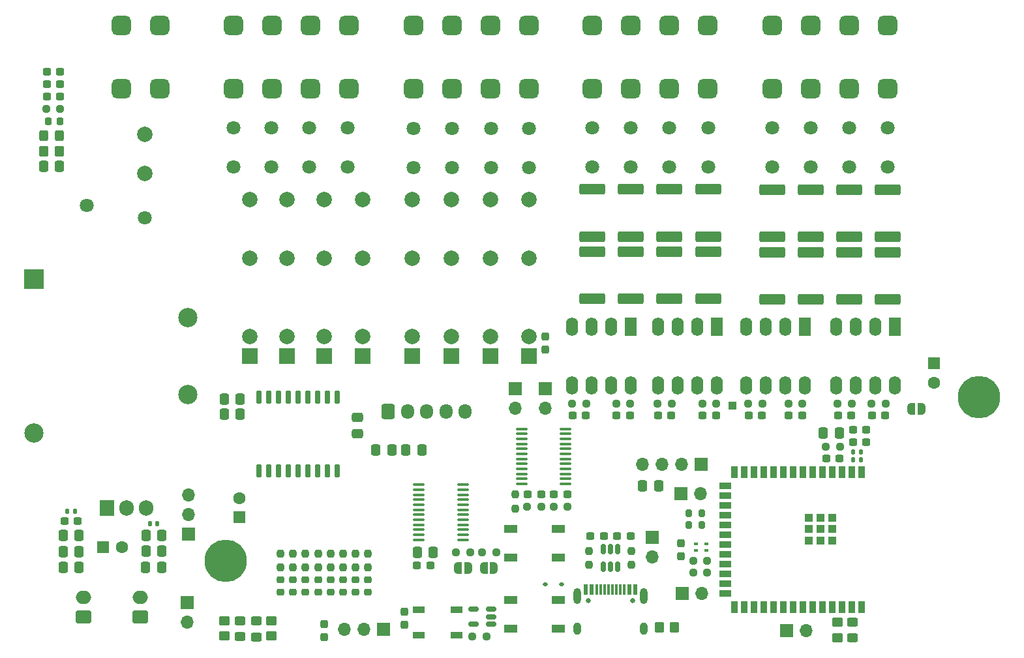
<source format=gbr>
%TF.GenerationSoftware,KiCad,Pcbnew,8.0.4*%
%TF.CreationDate,2024-09-09T03:45:19+02:00*%
%TF.ProjectId,hamodule,68616d6f-6475-46c6-952e-6b696361645f,20240908.24.8-2*%
%TF.SameCoordinates,Original*%
%TF.FileFunction,Soldermask,Top*%
%TF.FilePolarity,Negative*%
%FSLAX46Y46*%
G04 Gerber Fmt 4.6, Leading zero omitted, Abs format (unit mm)*
G04 Created by KiCad (PCBNEW 8.0.4) date 2024-09-09 03:45:19*
%MOMM*%
%LPD*%
G01*
G04 APERTURE LIST*
G04 Aperture macros list*
%AMRoundRect*
0 Rectangle with rounded corners*
0 $1 Rounding radius*
0 $2 $3 $4 $5 $6 $7 $8 $9 X,Y pos of 4 corners*
0 Add a 4 corners polygon primitive as box body*
4,1,4,$2,$3,$4,$5,$6,$7,$8,$9,$2,$3,0*
0 Add four circle primitives for the rounded corners*
1,1,$1+$1,$2,$3*
1,1,$1+$1,$4,$5*
1,1,$1+$1,$6,$7*
1,1,$1+$1,$8,$9*
0 Add four rect primitives between the rounded corners*
20,1,$1+$1,$2,$3,$4,$5,0*
20,1,$1+$1,$4,$5,$6,$7,0*
20,1,$1+$1,$6,$7,$8,$9,0*
20,1,$1+$1,$8,$9,$2,$3,0*%
%AMFreePoly0*
4,1,19,0.000000,0.744911,0.071157,0.744911,0.207708,0.704816,0.327430,0.627875,0.420627,0.520320,0.479746,0.390866,0.500000,0.250000,0.500000,-0.250000,0.479746,-0.390866,0.420627,-0.520320,0.327430,-0.627875,0.207708,-0.704816,0.071157,-0.744911,0.000000,-0.744911,0.000000,-0.750000,-0.500000,-0.750000,-0.500000,0.750000,0.000000,0.750000,0.000000,0.744911,0.000000,0.744911,
$1*%
%AMFreePoly1*
4,1,19,0.500000,-0.750000,0.000000,-0.750000,0.000000,-0.744911,-0.071157,-0.744911,-0.207708,-0.704816,-0.327430,-0.627875,-0.420627,-0.520320,-0.479746,-0.390866,-0.500000,-0.250000,-0.500000,0.250000,-0.479746,0.390866,-0.420627,0.520320,-0.327430,0.627875,-0.207708,0.704816,-0.071157,0.744911,0.000000,0.744911,0.000000,0.750000,0.500000,0.750000,0.500000,-0.750000,0.500000,-0.750000,
$1*%
G04 Aperture macros list end*
%ADD10RoundRect,0.100000X0.637500X0.100000X-0.637500X0.100000X-0.637500X-0.100000X0.637500X-0.100000X0*%
%ADD11RoundRect,0.237500X0.237500X-0.250000X0.237500X0.250000X-0.237500X0.250000X-0.237500X-0.250000X0*%
%ADD12FreePoly0,180.000000*%
%ADD13FreePoly1,180.000000*%
%ADD14FreePoly1,0.000000*%
%ADD15FreePoly0,0.000000*%
%ADD16R,1.700000X1.700000*%
%ADD17O,1.700000X1.700000*%
%ADD18RoundRect,0.249999X-1.425001X0.450001X-1.425001X-0.450001X1.425001X-0.450001X1.425001X0.450001X0*%
%ADD19C,1.800000*%
%ADD20RoundRect,0.250000X0.450000X-0.325000X0.450000X0.325000X-0.450000X0.325000X-0.450000X-0.325000X0*%
%ADD21RoundRect,0.250000X0.450000X-0.350000X0.450000X0.350000X-0.450000X0.350000X-0.450000X-0.350000X0*%
%ADD22RoundRect,0.250000X0.750000X-0.600000X0.750000X0.600000X-0.750000X0.600000X-0.750000X-0.600000X0*%
%ADD23O,2.000000X1.700000*%
%ADD24RoundRect,0.250000X0.337500X0.475000X-0.337500X0.475000X-0.337500X-0.475000X0.337500X-0.475000X0*%
%ADD25R,2.500000X2.500000*%
%ADD26C,2.500000*%
%ADD27R,1.905000X2.000000*%
%ADD28O,1.905000X2.000000*%
%ADD29RoundRect,0.625000X0.625000X0.625000X-0.625000X0.625000X-0.625000X-0.625000X0.625000X-0.625000X0*%
%ADD30C,2.000000*%
%ADD31R,1.600000X2.400000*%
%ADD32O,1.600000X2.400000*%
%ADD33RoundRect,0.237500X-0.250000X-0.237500X0.250000X-0.237500X0.250000X0.237500X-0.250000X0.237500X0*%
%ADD34RoundRect,0.237500X0.300000X0.237500X-0.300000X0.237500X-0.300000X-0.237500X0.300000X-0.237500X0*%
%ADD35R,1.800000X1.100000*%
%ADD36RoundRect,0.237500X-0.300000X-0.237500X0.300000X-0.237500X0.300000X0.237500X-0.300000X0.237500X0*%
%ADD37RoundRect,0.237500X-0.237500X0.300000X-0.237500X-0.300000X0.237500X-0.300000X0.237500X0.300000X0*%
%ADD38RoundRect,0.150000X0.150000X-0.725000X0.150000X0.725000X-0.150000X0.725000X-0.150000X-0.725000X0*%
%ADD39R,1.600000X1.600000*%
%ADD40C,1.600000*%
%ADD41RoundRect,0.218750X0.256250X-0.218750X0.256250X0.218750X-0.256250X0.218750X-0.256250X-0.218750X0*%
%ADD42R,2.000000X2.000000*%
%ADD43RoundRect,0.150000X0.512500X0.150000X-0.512500X0.150000X-0.512500X-0.150000X0.512500X-0.150000X0*%
%ADD44RoundRect,0.200000X0.200000X0.275000X-0.200000X0.275000X-0.200000X-0.275000X0.200000X-0.275000X0*%
%ADD45R,0.900000X1.500000*%
%ADD46R,1.500000X0.900000*%
%ADD47R,1.000000X1.000000*%
%ADD48RoundRect,0.237500X0.237500X-0.300000X0.237500X0.300000X-0.237500X0.300000X-0.237500X-0.300000X0*%
%ADD49RoundRect,0.250000X-0.450000X0.325000X-0.450000X-0.325000X0.450000X-0.325000X0.450000X0.325000X0*%
%ADD50RoundRect,0.250000X-0.337500X-0.475000X0.337500X-0.475000X0.337500X0.475000X-0.337500X0.475000X0*%
%ADD51RoundRect,0.112500X-0.187500X-0.112500X0.187500X-0.112500X0.187500X0.112500X-0.187500X0.112500X0*%
%ADD52RoundRect,0.250000X0.350000X0.450000X-0.350000X0.450000X-0.350000X-0.450000X0.350000X-0.450000X0*%
%ADD53RoundRect,0.140000X-0.140000X-0.170000X0.140000X-0.170000X0.140000X0.170000X-0.140000X0.170000X0*%
%ADD54C,0.650000*%
%ADD55R,0.600000X1.450000*%
%ADD56R,0.300000X1.450000*%
%ADD57O,1.000000X2.100000*%
%ADD58O,1.000000X1.600000*%
%ADD59RoundRect,0.250000X-0.600000X-0.725000X0.600000X-0.725000X0.600000X0.725000X-0.600000X0.725000X0*%
%ADD60O,1.700000X1.950000*%
%ADD61RoundRect,0.250000X0.325000X0.450000X-0.325000X0.450000X-0.325000X-0.450000X0.325000X-0.450000X0*%
%ADD62RoundRect,0.250000X-0.475000X0.337500X-0.475000X-0.337500X0.475000X-0.337500X0.475000X0.337500X0*%
%ADD63C,5.500000*%
%ADD64RoundRect,0.140000X0.140000X0.170000X-0.140000X0.170000X-0.140000X-0.170000X0.140000X-0.170000X0*%
%ADD65RoundRect,0.250000X-0.350000X-0.450000X0.350000X-0.450000X0.350000X0.450000X-0.350000X0.450000X0*%
%ADD66R,0.500000X0.300000*%
%ADD67RoundRect,0.150000X0.150000X-0.512500X0.150000X0.512500X-0.150000X0.512500X-0.150000X-0.512500X0*%
%ADD68RoundRect,0.237500X0.250000X0.237500X-0.250000X0.237500X-0.250000X-0.237500X0.250000X-0.237500X0*%
%ADD69RoundRect,0.218750X0.218750X0.256250X-0.218750X0.256250X-0.218750X-0.256250X0.218750X-0.256250X0*%
G04 APERTURE END LIST*
D10*
%TO.C,U9*%
X72799000Y20818400D03*
X72799000Y21468400D03*
X72799000Y22118400D03*
X72799000Y22768400D03*
X72799000Y23418400D03*
X72799000Y24068400D03*
X72799000Y24718400D03*
X72799000Y25368400D03*
X72799000Y26018400D03*
X72799000Y26668400D03*
X72799000Y27318400D03*
X72799000Y27968400D03*
X67074000Y27968400D03*
X67074000Y27318400D03*
X67074000Y26668400D03*
X67074000Y26018400D03*
X67074000Y25368400D03*
X67074000Y24718400D03*
X67074000Y24068400D03*
X67074000Y23418400D03*
X67074000Y22768400D03*
X67074000Y22118400D03*
X67074000Y21468400D03*
X67074000Y20818400D03*
%TD*%
D11*
%TO.C,R59*%
X66274000Y17618400D03*
X66274000Y19443400D03*
%TD*%
D12*
%TO.C,JP3*%
X58824000Y9868400D03*
D13*
X60124000Y9868400D03*
%TD*%
D14*
%TO.C,JP2*%
X62174000Y9868400D03*
D15*
X63474000Y9868400D03*
%TD*%
D16*
%TO.C,J5*%
X23674000Y5448400D03*
D17*
X23674000Y2908400D03*
%TD*%
D18*
%TO.C,R12*%
X76275000Y59056900D03*
X76275000Y52956900D03*
%TD*%
%TO.C,R11*%
X81228000Y59056900D03*
X81228000Y52956900D03*
%TD*%
D19*
%TO.C,RV1*%
X10626400Y57005330D03*
X18126400Y55372000D03*
%TD*%
D18*
%TO.C,R19*%
X81228000Y51005100D03*
X81228000Y44905100D03*
%TD*%
%TO.C,R20*%
X76275000Y51005100D03*
X76275000Y44905100D03*
%TD*%
D20*
%TO.C,D2*%
X30524000Y993400D03*
X30524000Y3043400D03*
%TD*%
D21*
%TO.C,R7*%
X28524000Y1068400D03*
X28524000Y3068400D03*
%TD*%
D22*
%TO.C,J1*%
X17574000Y3568700D03*
D23*
X17574000Y6068700D03*
%TD*%
D24*
%TO.C,C14*%
X9644200Y14098600D03*
X7569200Y14098600D03*
%TD*%
%TO.C,C8*%
X20361500Y12068400D03*
X18286500Y12068400D03*
%TD*%
D25*
%TO.C,PS1*%
X3780000Y47421800D03*
D26*
X3780000Y27421800D03*
X23780000Y32421800D03*
X23780000Y42421800D03*
%TD*%
D27*
%TO.C,U1*%
X13242700Y17729200D03*
D28*
X15782700Y17729200D03*
X18322700Y17729200D03*
%TD*%
D29*
%TO.C,J15*%
X44691800Y72136000D03*
X44691800Y80335999D03*
X39691800Y72136000D03*
X39691800Y80335999D03*
X34691800Y72136000D03*
X34691800Y80335999D03*
X29691800Y72136000D03*
X29691800Y80335999D03*
%TD*%
%TO.C,J2*%
X20144000Y72112401D03*
X20144000Y80312400D03*
X15144000Y72112401D03*
X15144000Y80312400D03*
%TD*%
%TO.C,J7*%
X91264000Y72140201D03*
X91264000Y80340200D03*
X86264000Y72140201D03*
X86264000Y80340200D03*
X81264000Y72140201D03*
X81264000Y80340200D03*
X76264000Y72140201D03*
X76264000Y80340200D03*
%TD*%
D30*
%TO.C,F1*%
X18161000Y66243200D03*
X18151000Y61163200D03*
%TD*%
D31*
%TO.C,U4*%
X115513178Y41232282D03*
D32*
X112973178Y41232282D03*
X110433178Y41232282D03*
X107893178Y41232282D03*
X107893178Y33612282D03*
X110433178Y33612282D03*
X112973178Y33612282D03*
X115513178Y33612282D03*
%TD*%
D18*
%TO.C,R21*%
X91286400Y51005100D03*
X91286400Y44905100D03*
%TD*%
%TO.C,R10*%
X86257200Y59056900D03*
X86257200Y52956900D03*
%TD*%
%TO.C,R9*%
X91286400Y59056900D03*
X91286400Y52956900D03*
%TD*%
D31*
%TO.C,U7*%
X81205300Y41228800D03*
D32*
X78665300Y41228800D03*
X76125300Y41228800D03*
X73585300Y41228800D03*
X73585300Y33608800D03*
X76125300Y33608800D03*
X78665300Y33608800D03*
X81205300Y33608800D03*
%TD*%
D31*
%TO.C,U6*%
X92381300Y41228800D03*
D32*
X89841300Y41228800D03*
X87301300Y41228800D03*
X84761300Y41228800D03*
X84761300Y33608800D03*
X87301300Y33608800D03*
X89841300Y33608800D03*
X92381300Y33608800D03*
%TD*%
D18*
%TO.C,R22*%
X86257200Y51005100D03*
X86257200Y44905100D03*
%TD*%
D33*
%TO.C,R1*%
X106588402Y25681201D03*
X108413402Y25681201D03*
%TD*%
D34*
%TO.C,C3*%
X108350902Y24157201D03*
X106625902Y24157201D03*
%TD*%
D22*
%TO.C,J4*%
X10174000Y3568700D03*
D23*
X10174000Y6068700D03*
%TD*%
D35*
%TO.C,SW2*%
X65671000Y14968400D03*
X71871000Y14968400D03*
X65671000Y11268400D03*
X71871000Y11268400D03*
%TD*%
%TO.C,SW3*%
X65669800Y5765800D03*
X71869800Y5765800D03*
X65669800Y2065800D03*
X71869800Y2065800D03*
%TD*%
D16*
%TO.C,J10*%
X101429402Y1808701D03*
D17*
X103969402Y1808701D03*
%TD*%
D36*
%TO.C,C6*%
X110099000Y26268400D03*
X111824000Y26268400D03*
%TD*%
D37*
%TO.C,C30*%
X87779402Y13161201D03*
X87779402Y11436201D03*
%TD*%
D16*
%TO.C,J19*%
X70174000Y33168400D03*
D17*
X70174000Y30628400D03*
%TD*%
D34*
%TO.C,C11*%
X77724000Y14078701D03*
X75999000Y14078701D03*
%TD*%
D20*
%TO.C,D3*%
X32624000Y968400D03*
X32624000Y3018400D03*
%TD*%
D38*
%TO.C,U11*%
X32964000Y22543400D03*
X34234000Y22543400D03*
X35504000Y22543400D03*
X36774000Y22543400D03*
X38044000Y22543400D03*
X39314000Y22543400D03*
X40584000Y22543400D03*
X41854000Y22543400D03*
X43124000Y22543400D03*
X43124000Y32093400D03*
X41854000Y32093400D03*
X40584000Y32093400D03*
X39314000Y32093400D03*
X38044000Y32093400D03*
X36774000Y32093400D03*
X35504000Y32093400D03*
X34234000Y32093400D03*
X32964000Y32093400D03*
%TD*%
D39*
%TO.C,C19*%
X120624000Y36468400D03*
D40*
X120624000Y33968400D03*
%TD*%
D16*
%TO.C,J14*%
X90364000Y23368400D03*
D17*
X87824000Y23368400D03*
X85284000Y23368400D03*
X82744000Y23368400D03*
%TD*%
D11*
%TO.C,R46*%
X37396000Y9965496D03*
X37396000Y11790496D03*
%TD*%
D29*
%TO.C,J6*%
X114621702Y72140201D03*
X114621702Y80340200D03*
X109621702Y72140201D03*
X109621702Y80340200D03*
X104621702Y72140201D03*
X104621702Y80340200D03*
X99621702Y72140201D03*
X99621702Y80340200D03*
%TD*%
%TO.C,J16*%
X68059800Y72136000D03*
X68059800Y80335999D03*
X63059800Y72136000D03*
X63059800Y80335999D03*
X58059800Y72136000D03*
X58059800Y80335999D03*
X53059800Y72136000D03*
X53059800Y80335999D03*
%TD*%
D11*
%TO.C,R45*%
X35770400Y9967396D03*
X35770400Y11792396D03*
%TD*%
D18*
%TO.C,R25*%
X104583200Y50900600D03*
X104583200Y44800600D03*
%TD*%
D36*
%TO.C,C25*%
X96524002Y29707101D03*
X98249002Y29707101D03*
%TD*%
D34*
%TO.C,C40*%
X7174000Y72718400D03*
X5449000Y72718400D03*
%TD*%
D18*
%TO.C,R15*%
X104583200Y59032600D03*
X104583200Y52932600D03*
%TD*%
D41*
%TO.C,D5*%
X35770400Y6790296D03*
X35770400Y8365296D03*
%TD*%
D36*
%TO.C,C23*%
X108156102Y29707101D03*
X109881102Y29707101D03*
%TD*%
D19*
%TO.C,F15*%
X58026800Y61849000D03*
X58026800Y66929000D03*
%TD*%
D21*
%TO.C,R8*%
X34624000Y1068400D03*
X34624000Y3068400D03*
%TD*%
D33*
%TO.C,R32*%
X84738626Y31255920D03*
X86563626Y31255920D03*
%TD*%
D42*
%TO.C,K5*%
X52911000Y37424500D03*
D30*
X52911000Y39964500D03*
X52911000Y50124500D03*
X52911000Y57744500D03*
%TD*%
D16*
%TO.C,J12*%
X87724000Y19568400D03*
D17*
X90264000Y19568400D03*
%TD*%
D19*
%TO.C,F4*%
X81228000Y61952500D03*
X81228000Y67032500D03*
%TD*%
D11*
%TO.C,R50*%
X43898400Y9967396D03*
X43898400Y11792396D03*
%TD*%
%TO.C,R49*%
X42272800Y9965496D03*
X42272800Y11790496D03*
%TD*%
D18*
%TO.C,R26*%
X99644200Y50852800D03*
X99644200Y44752800D03*
%TD*%
D33*
%TO.C,R34*%
X73611526Y31255920D03*
X75436526Y31255920D03*
%TD*%
D43*
%TO.C,U10*%
X63124000Y2641600D03*
X63124000Y3591600D03*
X63124000Y4541600D03*
X60849000Y4541600D03*
X60849000Y2641600D03*
%TD*%
D44*
%TO.C,R5*%
X90454402Y16988701D03*
X88804402Y16988701D03*
%TD*%
D39*
%TO.C,C18*%
X30424000Y16486020D03*
D40*
X30424000Y18986020D03*
%TD*%
D33*
%TO.C,R27*%
X112511500Y31231101D03*
X114336500Y31231101D03*
%TD*%
D18*
%TO.C,R16*%
X99644200Y58982800D03*
X99644200Y52882800D03*
%TD*%
D44*
%TO.C,R6*%
X90454402Y15513701D03*
X88804402Y15513701D03*
%TD*%
D45*
%TO.C,U3*%
X111239402Y22348701D03*
X109969402Y22348701D03*
X108699402Y22348701D03*
X107429402Y22348701D03*
X106159402Y22348701D03*
X104889402Y22348701D03*
X103619402Y22348701D03*
X102349402Y22348701D03*
X101079402Y22348701D03*
X99809402Y22348701D03*
X98539402Y22348701D03*
X97269402Y22348701D03*
X95999402Y22348701D03*
X94729402Y22348701D03*
D46*
X93479402Y20583701D03*
X93479402Y19313701D03*
X93479402Y18043701D03*
X93479402Y16773701D03*
X93479402Y15503701D03*
X93479402Y14233701D03*
X93479402Y12963701D03*
X93479402Y11693701D03*
X93479402Y10423701D03*
X93479402Y9153701D03*
X93479402Y7883701D03*
X93479402Y6613701D03*
D45*
X94729402Y4848701D03*
X95999402Y4848701D03*
X97269402Y4848701D03*
X98539402Y4848701D03*
X99809402Y4848701D03*
X101079402Y4848701D03*
X102349402Y4848701D03*
X103619402Y4848701D03*
X104889402Y4848701D03*
X106159402Y4848701D03*
X107429402Y4848701D03*
X108699402Y4848701D03*
X109969402Y4848701D03*
X111239402Y4848701D03*
D47*
X107389402Y16458701D03*
X105889402Y16458701D03*
X104389402Y16458701D03*
X107389402Y14958701D03*
X105889402Y14958701D03*
X104389402Y14958701D03*
X107389402Y13458701D03*
X105889402Y13458701D03*
X104389402Y13458701D03*
%TD*%
D18*
%TO.C,R13*%
X114616200Y59032600D03*
X114616200Y52932600D03*
%TD*%
D41*
%TO.C,D10*%
X43898400Y6790396D03*
X43898400Y8365396D03*
%TD*%
D10*
%TO.C,U12*%
X59449000Y13568400D03*
X59449000Y14218400D03*
X59449000Y14868400D03*
X59449000Y15518400D03*
X59449000Y16168400D03*
X59449000Y16818400D03*
X59449000Y17468400D03*
X59449000Y18118400D03*
X59449000Y18768400D03*
X59449000Y19418400D03*
X59449000Y20068400D03*
X59449000Y20718400D03*
X53724000Y20718400D03*
X53724000Y20068400D03*
X53724000Y19418400D03*
X53724000Y18768400D03*
X53724000Y18118400D03*
X53724000Y17468400D03*
X53724000Y16818400D03*
X53724000Y16168400D03*
X53724000Y15518400D03*
X53724000Y14868400D03*
X53724000Y14218400D03*
X53724000Y13568400D03*
%TD*%
D42*
%TO.C,K6*%
X57991000Y37424500D03*
D30*
X57991000Y39964500D03*
X57991000Y50124500D03*
X57991000Y57744500D03*
%TD*%
D33*
%TO.C,R44*%
X60659400Y1051600D03*
X62484400Y1051600D03*
%TD*%
D19*
%TO.C,F2*%
X91286400Y61952500D03*
X91286400Y67032500D03*
%TD*%
D16*
%TO.C,J17*%
X66274000Y33158400D03*
D17*
X66274000Y30618400D03*
%TD*%
D16*
%TO.C,J13*%
X84039402Y13923701D03*
D17*
X84039402Y11383701D03*
%TD*%
D19*
%TO.C,F7*%
X109626400Y61950600D03*
X109626400Y67030600D03*
%TD*%
D48*
%TO.C,C31*%
X51839200Y2540700D03*
X51839200Y4265700D03*
%TD*%
D16*
%TO.C,J11*%
X87929800Y6578600D03*
D17*
X90469800Y6578600D03*
%TD*%
D33*
%TO.C,R29*%
X101706402Y31231101D03*
X103531402Y31231101D03*
%TD*%
D47*
%TO.C,TP1*%
X94424000Y30968400D03*
%TD*%
D49*
%TO.C,D13*%
X110058200Y2879200D03*
X110058200Y829200D03*
%TD*%
D50*
%TO.C,C35*%
X48149000Y25268400D03*
X50224000Y25268400D03*
%TD*%
D36*
%TO.C,C34*%
X53499000Y10218400D03*
X55224000Y10218400D03*
%TD*%
D51*
%TO.C,D1*%
X70174000Y7768400D03*
X72274000Y7768400D03*
%TD*%
D19*
%TO.C,F8*%
X104621800Y61950600D03*
X104621800Y67030600D03*
%TD*%
%TO.C,F13*%
X44532300Y61935500D03*
X44532300Y67015500D03*
%TD*%
D31*
%TO.C,U5*%
X103829178Y41232282D03*
D32*
X101289178Y41232282D03*
X98749178Y41232282D03*
X96209178Y41232282D03*
X96209178Y33612282D03*
X98749178Y33612282D03*
X101289178Y33612282D03*
X103829178Y33612282D03*
%TD*%
D18*
%TO.C,R14*%
X109637800Y59032600D03*
X109637800Y52932600D03*
%TD*%
D34*
%TO.C,C22*%
X114286500Y29707101D03*
X112561500Y29707101D03*
%TD*%
D24*
%TO.C,C15*%
X9644200Y12041200D03*
X7569200Y12041200D03*
%TD*%
D16*
%TO.C,J8*%
X49116800Y1966700D03*
D17*
X46576800Y1966700D03*
X44036800Y1966700D03*
%TD*%
D36*
%TO.C,C42*%
X5449000Y71118400D03*
X7174000Y71118400D03*
%TD*%
D52*
%TO.C,R55*%
X7074000Y64018400D03*
X5074000Y64018400D03*
%TD*%
D53*
%TO.C,C44*%
X110144000Y24968400D03*
X111104000Y24968400D03*
%TD*%
D19*
%TO.C,F14*%
X53073800Y61849000D03*
X53073800Y66929000D03*
%TD*%
D54*
%TO.C,J3*%
X75715402Y5692801D03*
X81495402Y5692801D03*
D55*
X75355402Y7137801D03*
X76155402Y7137801D03*
D56*
X77355402Y7137801D03*
X78355402Y7137801D03*
X78855402Y7137801D03*
X79855402Y7137801D03*
D55*
X81055402Y7137801D03*
X81855402Y7137801D03*
X81855402Y7137801D03*
X81055402Y7137801D03*
D56*
X80355402Y7137801D03*
X79355402Y7137801D03*
X77855402Y7137801D03*
X76855402Y7137801D03*
D55*
X76155402Y7137801D03*
X75355402Y7137801D03*
D57*
X74285402Y6222801D03*
D58*
X74285402Y2042801D03*
D57*
X82925402Y6222801D03*
D58*
X82925402Y2042801D03*
%TD*%
D33*
%TO.C,R31*%
X90529826Y31255920D03*
X92354826Y31255920D03*
%TD*%
D36*
%TO.C,C47*%
X71286500Y19468400D03*
X73011500Y19468400D03*
%TD*%
D59*
%TO.C,J9*%
X49762400Y30243000D03*
D60*
X52262400Y30243000D03*
X54762400Y30243000D03*
X57262400Y30243000D03*
X59762400Y30243000D03*
%TD*%
D33*
%TO.C,R36*%
X67786500Y17868400D03*
X69611500Y17868400D03*
%TD*%
D11*
%TO.C,R47*%
X39021600Y9965496D03*
X39021600Y11790496D03*
%TD*%
D16*
%TO.C,SW1*%
X23834000Y14298400D03*
D17*
X23834000Y16838400D03*
X23834000Y19378400D03*
%TD*%
D36*
%TO.C,C27*%
X84785626Y29731920D03*
X86510626Y29731920D03*
%TD*%
D41*
%TO.C,D12*%
X47149600Y6790396D03*
X47149600Y8365396D03*
%TD*%
D36*
%TO.C,C28*%
X79402600Y29731920D03*
X81127600Y29731920D03*
%TD*%
D24*
%TO.C,C10*%
X20353700Y10004400D03*
X18278700Y10004400D03*
%TD*%
D19*
%TO.C,F6*%
X114604800Y61950600D03*
X114604800Y67030600D03*
%TD*%
%TO.C,F3*%
X86257200Y61952500D03*
X86257200Y67032500D03*
%TD*%
D33*
%TO.C,R30*%
X96474002Y31231101D03*
X98299002Y31231101D03*
%TD*%
D61*
%TO.C,D14*%
X7074000Y66018400D03*
X5024000Y66018400D03*
%TD*%
D41*
%TO.C,D6*%
X37396000Y6790396D03*
X37396000Y8365396D03*
%TD*%
D37*
%TO.C,C33*%
X41427400Y2615100D03*
X41427400Y890100D03*
%TD*%
D19*
%TO.C,F16*%
X63106800Y61849000D03*
X63106800Y66929000D03*
%TD*%
D50*
%TO.C,C38*%
X82799000Y20568400D03*
X84874000Y20568400D03*
%TD*%
D11*
%TO.C,R52*%
X47149600Y9967396D03*
X47149600Y11792396D03*
%TD*%
D36*
%TO.C,C24*%
X101756402Y29707101D03*
X103481402Y29707101D03*
%TD*%
D50*
%TO.C,C36*%
X52049000Y25268400D03*
X54124000Y25268400D03*
%TD*%
D34*
%TO.C,C26*%
X92301826Y29731920D03*
X90576826Y29731920D03*
%TD*%
D62*
%TO.C,C37*%
X45724000Y29443400D03*
X45724000Y27368400D03*
%TD*%
D46*
%TO.C,D4*%
X53724000Y4518400D03*
X53724000Y1218400D03*
X58624000Y1218400D03*
X58624000Y4518400D03*
%TD*%
D63*
%TO.C,H5*%
X28664000Y10858400D03*
%TD*%
D33*
%TO.C,R35*%
X71224000Y17868400D03*
X73049000Y17868400D03*
%TD*%
D11*
%TO.C,R4*%
X81309402Y10296201D03*
X81309402Y12121201D03*
%TD*%
D64*
%TO.C,C49*%
X9084000Y17268400D03*
X8124000Y17268400D03*
%TD*%
D11*
%TO.C,R51*%
X45524000Y9967396D03*
X45524000Y11792396D03*
%TD*%
D34*
%TO.C,C46*%
X69611500Y19468400D03*
X67886500Y19468400D03*
%TD*%
%TO.C,C17*%
X9449000Y15968400D03*
X7724000Y15968400D03*
%TD*%
D42*
%TO.C,K1*%
X31818300Y37424500D03*
D30*
X31818300Y39964500D03*
X31818300Y50124500D03*
X31818300Y57744500D03*
%TD*%
D42*
%TO.C,K2*%
X36644300Y37424500D03*
D30*
X36644300Y39964500D03*
X36644300Y50124500D03*
X36644300Y57744500D03*
%TD*%
D19*
%TO.C,F11*%
X34612300Y61935500D03*
X34612300Y67015500D03*
%TD*%
D42*
%TO.C,K4*%
X46423300Y37424500D03*
D30*
X46423300Y39964500D03*
X46423300Y50124500D03*
X46423300Y57744500D03*
%TD*%
D42*
%TO.C,K7*%
X63071000Y37424500D03*
D30*
X63071000Y39964500D03*
X63071000Y50124500D03*
X63071000Y57744500D03*
%TD*%
D42*
%TO.C,K8*%
X68024000Y37424500D03*
D30*
X68024000Y39964500D03*
X68024000Y50124500D03*
X68024000Y57744500D03*
%TD*%
D24*
%TO.C,C21*%
X30524000Y29868400D03*
X28449000Y29868400D03*
%TD*%
D65*
%TO.C,R2*%
X84944200Y2184400D03*
X86944200Y2184400D03*
%TD*%
D66*
%TO.C,U8*%
X91089402Y12205101D03*
X91089402Y13005101D03*
X89689402Y13005101D03*
X89689402Y12205101D03*
%TD*%
D41*
%TO.C,D8*%
X40647200Y6790396D03*
X40647200Y8365396D03*
%TD*%
D67*
%TO.C,U2*%
X77659402Y10101201D03*
X78609402Y10101201D03*
X79559402Y10101201D03*
X79559402Y12376201D03*
X78609402Y12376201D03*
X77659402Y12376201D03*
%TD*%
D42*
%TO.C,K3*%
X41470300Y37424500D03*
D30*
X41470300Y39964500D03*
X41470300Y50124500D03*
X41470300Y57744500D03*
%TD*%
D36*
%TO.C,C13*%
X79499000Y14078701D03*
X81224000Y14078701D03*
%TD*%
D63*
%TO.C,H4*%
X126424000Y32080200D03*
%TD*%
D50*
%TO.C,C41*%
X4999000Y62018400D03*
X7074000Y62018400D03*
%TD*%
D33*
%TO.C,R17*%
X89358502Y10795000D03*
X91183502Y10795000D03*
%TD*%
D24*
%TO.C,C16*%
X9644200Y10009200D03*
X7569200Y10009200D03*
%TD*%
D41*
%TO.C,D7*%
X39021600Y6790396D03*
X39021600Y8365396D03*
%TD*%
D18*
%TO.C,R24*%
X109637800Y50904600D03*
X109637800Y44804600D03*
%TD*%
D39*
%TO.C,C12*%
X12734700Y12649200D03*
D40*
X15234700Y12649200D03*
%TD*%
D19*
%TO.C,F9*%
X99621800Y61980000D03*
X99621800Y67060000D03*
%TD*%
%TO.C,F5*%
X76249600Y61952500D03*
X76249600Y67032500D03*
%TD*%
D68*
%TO.C,R54*%
X7174000Y69518400D03*
X5349000Y69518400D03*
%TD*%
D41*
%TO.C,D9*%
X42272800Y6790396D03*
X42272800Y8365396D03*
%TD*%
D14*
%TO.C,JP1*%
X117674000Y30568400D03*
D15*
X118974000Y30568400D03*
%TD*%
D18*
%TO.C,R23*%
X114616200Y50904600D03*
X114616200Y44804600D03*
%TD*%
D36*
%TO.C,C4*%
X110099000Y27868400D03*
X111824000Y27868400D03*
%TD*%
D24*
%TO.C,C5*%
X20361500Y14168400D03*
X18286500Y14168400D03*
%TD*%
D19*
%TO.C,F17*%
X68059800Y61849000D03*
X68059800Y66929000D03*
%TD*%
D24*
%TO.C,C20*%
X30524000Y31868400D03*
X28449000Y31868400D03*
%TD*%
D11*
%TO.C,R48*%
X40647200Y9965496D03*
X40647200Y11790496D03*
%TD*%
D53*
%TO.C,C43*%
X110144000Y23968400D03*
X111104000Y23968400D03*
%TD*%
D33*
%TO.C,R33*%
X79351926Y31267400D03*
X81176926Y31267400D03*
%TD*%
D34*
%TO.C,C39*%
X7174000Y74318400D03*
X5449000Y74318400D03*
%TD*%
D33*
%TO.C,R18*%
X89358502Y9271000D03*
X91183502Y9271000D03*
%TD*%
D19*
%TO.C,F10*%
X29659300Y61935500D03*
X29659300Y67015500D03*
%TD*%
D33*
%TO.C,R37*%
X61949000Y11918400D03*
X63774000Y11918400D03*
%TD*%
D68*
%TO.C,R38*%
X58561500Y11918400D03*
X60386500Y11918400D03*
%TD*%
D21*
%TO.C,R53*%
X108102400Y854200D03*
X108102400Y2854200D03*
%TD*%
D11*
%TO.C,R3*%
X75839402Y10316201D03*
X75839402Y12141201D03*
%TD*%
D37*
%TO.C,C9*%
X70154000Y39953400D03*
X70154000Y38228400D03*
%TD*%
D36*
%TO.C,C29*%
X73660426Y29731920D03*
X75385426Y29731920D03*
%TD*%
D19*
%TO.C,F12*%
X39532300Y61935500D03*
X39532300Y67015500D03*
%TD*%
D24*
%TO.C,C7*%
X108324000Y27468400D03*
X106249000Y27468400D03*
%TD*%
D64*
%TO.C,C48*%
X19784000Y15668400D03*
X18824000Y15668400D03*
%TD*%
D50*
%TO.C,C32*%
X53549000Y11968400D03*
X55624000Y11968400D03*
%TD*%
D41*
%TO.C,D11*%
X45524000Y6790396D03*
X45524000Y8365396D03*
%TD*%
D33*
%TO.C,R28*%
X108105302Y31231101D03*
X109930302Y31231101D03*
%TD*%
D69*
%TO.C,D15*%
X7174000Y67918400D03*
X5599000Y67918400D03*
%TD*%
M02*

</source>
